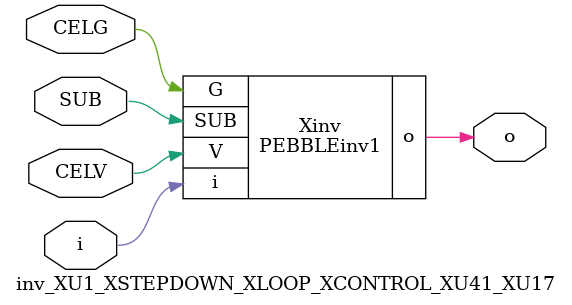
<source format=v>



module PEBBLEinv1 ( o, G, SUB, V, i );

  input V;
  input i;
  input G;
  output o;
  input SUB;
endmodule

//Celera Confidential Do Not Copy inv_XU1_XSTEPDOWN_XLOOP_XCONTROL_XU41_XU17
//Celera Confidential Symbol Generator
//5V Inverter
module inv_XU1_XSTEPDOWN_XLOOP_XCONTROL_XU41_XU17 (CELV,CELG,i,o,SUB);
input CELV;
input CELG;
input i;
input SUB;
output o;

//Celera Confidential Do Not Copy inv
PEBBLEinv1 Xinv(
.V (CELV),
.i (i),
.o (o),
.SUB (SUB),
.G (CELG)
);
//,diesize,PEBBLEinv1

//Celera Confidential Do Not Copy Module End
//Celera Schematic Generator
endmodule

</source>
